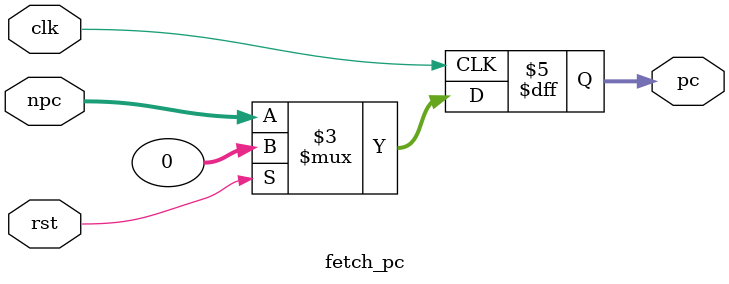
<source format=v>
`timescale 1ns / 1ps
module fetch_pc(npc, clk, rst, pc);

	input [31:0] npc;
	input clk, rst;
	
	output reg [31:0] pc;
	
	always @(posedge clk)
	begin
	
		if (rst)
		begin
			pc <= 0;
		end
		
		else
		begin
			pc <= npc;
		end
		
	end

endmodule

</source>
